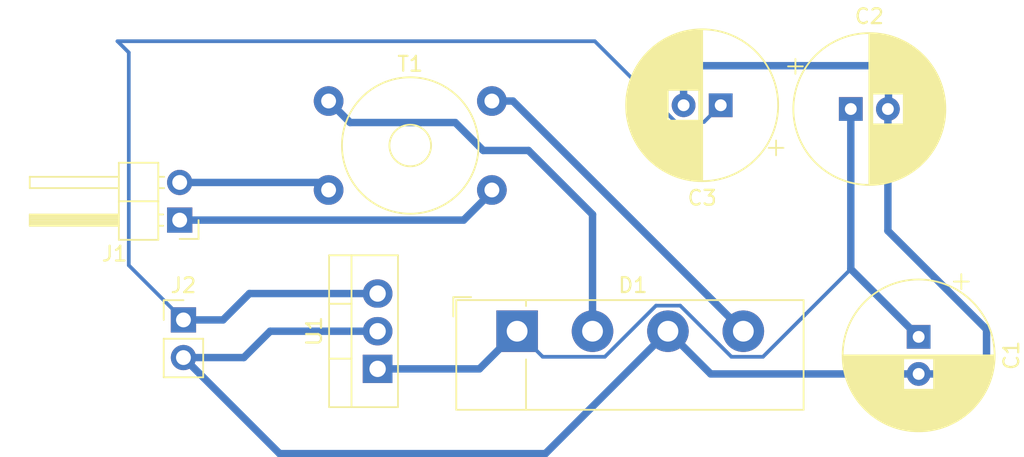
<source format=kicad_pcb>
(kicad_pcb (version 20171130) (host pcbnew "(5.1.9)-1")

  (general
    (thickness 1.6)
    (drawings 0)
    (tracks 52)
    (zones 0)
    (modules 8)
    (nets 8)
  )

  (page A4)
  (layers
    (0 F.Cu signal)
    (31 B.Cu signal)
    (32 B.Adhes user)
    (33 F.Adhes user)
    (34 B.Paste user)
    (35 F.Paste user)
    (36 B.SilkS user)
    (37 F.SilkS user)
    (38 B.Mask user)
    (39 F.Mask user)
    (40 Dwgs.User user)
    (41 Cmts.User user)
    (42 Eco1.User user)
    (43 Eco2.User user)
    (44 Edge.Cuts user)
    (45 Margin user)
    (46 B.CrtYd user)
    (47 F.CrtYd user)
    (48 B.Fab user)
    (49 F.Fab user)
  )

  (setup
    (last_trace_width 0.25)
    (user_trace_width 0.5)
    (trace_clearance 0.2)
    (zone_clearance 0.508)
    (zone_45_only no)
    (trace_min 0.2)
    (via_size 0.8)
    (via_drill 0.4)
    (via_min_size 0.4)
    (via_min_drill 0.3)
    (uvia_size 0.3)
    (uvia_drill 0.1)
    (uvias_allowed no)
    (uvia_min_size 0.2)
    (uvia_min_drill 0.1)
    (edge_width 0.05)
    (segment_width 0.2)
    (pcb_text_width 0.3)
    (pcb_text_size 1.5 1.5)
    (mod_edge_width 0.12)
    (mod_text_size 1 1)
    (mod_text_width 0.15)
    (pad_size 1.524 1.524)
    (pad_drill 0.762)
    (pad_to_mask_clearance 0)
    (aux_axis_origin 0 0)
    (visible_elements FFFFFF7F)
    (pcbplotparams
      (layerselection 0x010fc_ffffffff)
      (usegerberextensions false)
      (usegerberattributes true)
      (usegerberadvancedattributes true)
      (creategerberjobfile true)
      (excludeedgelayer true)
      (linewidth 0.100000)
      (plotframeref false)
      (viasonmask false)
      (mode 1)
      (useauxorigin false)
      (hpglpennumber 1)
      (hpglpenspeed 20)
      (hpglpendiameter 15.000000)
      (psnegative false)
      (psa4output false)
      (plotreference true)
      (plotvalue true)
      (plotinvisibletext false)
      (padsonsilk false)
      (subtractmaskfromsilk false)
      (outputformat 1)
      (mirror false)
      (drillshape 0)
      (scaleselection 1)
      (outputdirectory ""))
  )

  (net 0 "")
  (net 1 "Net-(C1-Pad1)")
  (net 2 GND)
  (net 3 "Net-(C3-Pad1)")
  (net 4 "Net-(D1-Pad4)")
  (net 5 "Net-(D1-Pad2)")
  (net 6 "Net-(J1-Pad1)")
  (net 7 "Net-(J1-Pad2)")

  (net_class Default "This is the default net class."
    (clearance 0.2)
    (trace_width 0.25)
    (via_dia 0.8)
    (via_drill 0.4)
    (uvia_dia 0.3)
    (uvia_drill 0.1)
    (add_net GND)
    (add_net "Net-(C1-Pad1)")
    (add_net "Net-(C3-Pad1)")
    (add_net "Net-(D1-Pad2)")
    (add_net "Net-(D1-Pad4)")
    (add_net "Net-(J1-Pad1)")
    (add_net "Net-(J1-Pad2)")
  )

  (module Capacitor_THT:CP_Radial_D10.0mm_P2.50mm (layer F.Cu) (tedit 5AE50EF1) (tstamp 6056D6D7)
    (at 78.105 41.148 270)
    (descr "CP, Radial series, Radial, pin pitch=2.50mm, , diameter=10mm, Electrolytic Capacitor")
    (tags "CP Radial series Radial pin pitch 2.50mm  diameter 10mm Electrolytic Capacitor")
    (path /6056A010)
    (fp_text reference C1 (at 1.25 -6.25 90) (layer F.SilkS)
      (effects (font (size 1 1) (thickness 0.15)))
    )
    (fp_text value 220uF (at 1.25 6.25 90) (layer F.Fab)
      (effects (font (size 1 1) (thickness 0.15)))
    )
    (fp_line (start -3.729646 -3.375) (end -3.729646 -2.375) (layer F.SilkS) (width 0.12))
    (fp_line (start -4.229646 -2.875) (end -3.229646 -2.875) (layer F.SilkS) (width 0.12))
    (fp_line (start 6.331 -0.599) (end 6.331 0.599) (layer F.SilkS) (width 0.12))
    (fp_line (start 6.291 -0.862) (end 6.291 0.862) (layer F.SilkS) (width 0.12))
    (fp_line (start 6.251 -1.062) (end 6.251 1.062) (layer F.SilkS) (width 0.12))
    (fp_line (start 6.211 -1.23) (end 6.211 1.23) (layer F.SilkS) (width 0.12))
    (fp_line (start 6.171 -1.378) (end 6.171 1.378) (layer F.SilkS) (width 0.12))
    (fp_line (start 6.131 -1.51) (end 6.131 1.51) (layer F.SilkS) (width 0.12))
    (fp_line (start 6.091 -1.63) (end 6.091 1.63) (layer F.SilkS) (width 0.12))
    (fp_line (start 6.051 -1.742) (end 6.051 1.742) (layer F.SilkS) (width 0.12))
    (fp_line (start 6.011 -1.846) (end 6.011 1.846) (layer F.SilkS) (width 0.12))
    (fp_line (start 5.971 -1.944) (end 5.971 1.944) (layer F.SilkS) (width 0.12))
    (fp_line (start 5.931 -2.037) (end 5.931 2.037) (layer F.SilkS) (width 0.12))
    (fp_line (start 5.891 -2.125) (end 5.891 2.125) (layer F.SilkS) (width 0.12))
    (fp_line (start 5.851 -2.209) (end 5.851 2.209) (layer F.SilkS) (width 0.12))
    (fp_line (start 5.811 -2.289) (end 5.811 2.289) (layer F.SilkS) (width 0.12))
    (fp_line (start 5.771 -2.365) (end 5.771 2.365) (layer F.SilkS) (width 0.12))
    (fp_line (start 5.731 -2.439) (end 5.731 2.439) (layer F.SilkS) (width 0.12))
    (fp_line (start 5.691 -2.51) (end 5.691 2.51) (layer F.SilkS) (width 0.12))
    (fp_line (start 5.651 -2.579) (end 5.651 2.579) (layer F.SilkS) (width 0.12))
    (fp_line (start 5.611 -2.645) (end 5.611 2.645) (layer F.SilkS) (width 0.12))
    (fp_line (start 5.571 -2.709) (end 5.571 2.709) (layer F.SilkS) (width 0.12))
    (fp_line (start 5.531 -2.77) (end 5.531 2.77) (layer F.SilkS) (width 0.12))
    (fp_line (start 5.491 -2.83) (end 5.491 2.83) (layer F.SilkS) (width 0.12))
    (fp_line (start 5.451 -2.889) (end 5.451 2.889) (layer F.SilkS) (width 0.12))
    (fp_line (start 5.411 -2.945) (end 5.411 2.945) (layer F.SilkS) (width 0.12))
    (fp_line (start 5.371 -3) (end 5.371 3) (layer F.SilkS) (width 0.12))
    (fp_line (start 5.331 -3.054) (end 5.331 3.054) (layer F.SilkS) (width 0.12))
    (fp_line (start 5.291 -3.106) (end 5.291 3.106) (layer F.SilkS) (width 0.12))
    (fp_line (start 5.251 -3.156) (end 5.251 3.156) (layer F.SilkS) (width 0.12))
    (fp_line (start 5.211 -3.206) (end 5.211 3.206) (layer F.SilkS) (width 0.12))
    (fp_line (start 5.171 -3.254) (end 5.171 3.254) (layer F.SilkS) (width 0.12))
    (fp_line (start 5.131 -3.301) (end 5.131 3.301) (layer F.SilkS) (width 0.12))
    (fp_line (start 5.091 -3.347) (end 5.091 3.347) (layer F.SilkS) (width 0.12))
    (fp_line (start 5.051 -3.392) (end 5.051 3.392) (layer F.SilkS) (width 0.12))
    (fp_line (start 5.011 -3.436) (end 5.011 3.436) (layer F.SilkS) (width 0.12))
    (fp_line (start 4.971 -3.478) (end 4.971 3.478) (layer F.SilkS) (width 0.12))
    (fp_line (start 4.931 -3.52) (end 4.931 3.52) (layer F.SilkS) (width 0.12))
    (fp_line (start 4.891 -3.561) (end 4.891 3.561) (layer F.SilkS) (width 0.12))
    (fp_line (start 4.851 -3.601) (end 4.851 3.601) (layer F.SilkS) (width 0.12))
    (fp_line (start 4.811 -3.64) (end 4.811 3.64) (layer F.SilkS) (width 0.12))
    (fp_line (start 4.771 -3.679) (end 4.771 3.679) (layer F.SilkS) (width 0.12))
    (fp_line (start 4.731 -3.716) (end 4.731 3.716) (layer F.SilkS) (width 0.12))
    (fp_line (start 4.691 -3.753) (end 4.691 3.753) (layer F.SilkS) (width 0.12))
    (fp_line (start 4.651 -3.789) (end 4.651 3.789) (layer F.SilkS) (width 0.12))
    (fp_line (start 4.611 -3.824) (end 4.611 3.824) (layer F.SilkS) (width 0.12))
    (fp_line (start 4.571 -3.858) (end 4.571 3.858) (layer F.SilkS) (width 0.12))
    (fp_line (start 4.531 -3.892) (end 4.531 3.892) (layer F.SilkS) (width 0.12))
    (fp_line (start 4.491 -3.925) (end 4.491 3.925) (layer F.SilkS) (width 0.12))
    (fp_line (start 4.451 -3.957) (end 4.451 3.957) (layer F.SilkS) (width 0.12))
    (fp_line (start 4.411 -3.989) (end 4.411 3.989) (layer F.SilkS) (width 0.12))
    (fp_line (start 4.371 -4.02) (end 4.371 4.02) (layer F.SilkS) (width 0.12))
    (fp_line (start 4.331 -4.05) (end 4.331 4.05) (layer F.SilkS) (width 0.12))
    (fp_line (start 4.291 -4.08) (end 4.291 4.08) (layer F.SilkS) (width 0.12))
    (fp_line (start 4.251 -4.11) (end 4.251 4.11) (layer F.SilkS) (width 0.12))
    (fp_line (start 4.211 -4.138) (end 4.211 4.138) (layer F.SilkS) (width 0.12))
    (fp_line (start 4.171 -4.166) (end 4.171 4.166) (layer F.SilkS) (width 0.12))
    (fp_line (start 4.131 -4.194) (end 4.131 4.194) (layer F.SilkS) (width 0.12))
    (fp_line (start 4.091 -4.221) (end 4.091 4.221) (layer F.SilkS) (width 0.12))
    (fp_line (start 4.051 -4.247) (end 4.051 4.247) (layer F.SilkS) (width 0.12))
    (fp_line (start 4.011 -4.273) (end 4.011 4.273) (layer F.SilkS) (width 0.12))
    (fp_line (start 3.971 -4.298) (end 3.971 4.298) (layer F.SilkS) (width 0.12))
    (fp_line (start 3.931 -4.323) (end 3.931 4.323) (layer F.SilkS) (width 0.12))
    (fp_line (start 3.891 -4.347) (end 3.891 4.347) (layer F.SilkS) (width 0.12))
    (fp_line (start 3.851 -4.371) (end 3.851 4.371) (layer F.SilkS) (width 0.12))
    (fp_line (start 3.811 -4.395) (end 3.811 4.395) (layer F.SilkS) (width 0.12))
    (fp_line (start 3.771 -4.417) (end 3.771 4.417) (layer F.SilkS) (width 0.12))
    (fp_line (start 3.731 -4.44) (end 3.731 4.44) (layer F.SilkS) (width 0.12))
    (fp_line (start 3.691 -4.462) (end 3.691 4.462) (layer F.SilkS) (width 0.12))
    (fp_line (start 3.651 -4.483) (end 3.651 4.483) (layer F.SilkS) (width 0.12))
    (fp_line (start 3.611 -4.504) (end 3.611 4.504) (layer F.SilkS) (width 0.12))
    (fp_line (start 3.571 -4.525) (end 3.571 4.525) (layer F.SilkS) (width 0.12))
    (fp_line (start 3.531 1.04) (end 3.531 4.545) (layer F.SilkS) (width 0.12))
    (fp_line (start 3.531 -4.545) (end 3.531 -1.04) (layer F.SilkS) (width 0.12))
    (fp_line (start 3.491 1.04) (end 3.491 4.564) (layer F.SilkS) (width 0.12))
    (fp_line (start 3.491 -4.564) (end 3.491 -1.04) (layer F.SilkS) (width 0.12))
    (fp_line (start 3.451 1.04) (end 3.451 4.584) (layer F.SilkS) (width 0.12))
    (fp_line (start 3.451 -4.584) (end 3.451 -1.04) (layer F.SilkS) (width 0.12))
    (fp_line (start 3.411 1.04) (end 3.411 4.603) (layer F.SilkS) (width 0.12))
    (fp_line (start 3.411 -4.603) (end 3.411 -1.04) (layer F.SilkS) (width 0.12))
    (fp_line (start 3.371 1.04) (end 3.371 4.621) (layer F.SilkS) (width 0.12))
    (fp_line (start 3.371 -4.621) (end 3.371 -1.04) (layer F.SilkS) (width 0.12))
    (fp_line (start 3.331 1.04) (end 3.331 4.639) (layer F.SilkS) (width 0.12))
    (fp_line (start 3.331 -4.639) (end 3.331 -1.04) (layer F.SilkS) (width 0.12))
    (fp_line (start 3.291 1.04) (end 3.291 4.657) (layer F.SilkS) (width 0.12))
    (fp_line (start 3.291 -4.657) (end 3.291 -1.04) (layer F.SilkS) (width 0.12))
    (fp_line (start 3.251 1.04) (end 3.251 4.674) (layer F.SilkS) (width 0.12))
    (fp_line (start 3.251 -4.674) (end 3.251 -1.04) (layer F.SilkS) (width 0.12))
    (fp_line (start 3.211 1.04) (end 3.211 4.69) (layer F.SilkS) (width 0.12))
    (fp_line (start 3.211 -4.69) (end 3.211 -1.04) (layer F.SilkS) (width 0.12))
    (fp_line (start 3.171 1.04) (end 3.171 4.707) (layer F.SilkS) (width 0.12))
    (fp_line (start 3.171 -4.707) (end 3.171 -1.04) (layer F.SilkS) (width 0.12))
    (fp_line (start 3.131 1.04) (end 3.131 4.723) (layer F.SilkS) (width 0.12))
    (fp_line (start 3.131 -4.723) (end 3.131 -1.04) (layer F.SilkS) (width 0.12))
    (fp_line (start 3.091 1.04) (end 3.091 4.738) (layer F.SilkS) (width 0.12))
    (fp_line (start 3.091 -4.738) (end 3.091 -1.04) (layer F.SilkS) (width 0.12))
    (fp_line (start 3.051 1.04) (end 3.051 4.754) (layer F.SilkS) (width 0.12))
    (fp_line (start 3.051 -4.754) (end 3.051 -1.04) (layer F.SilkS) (width 0.12))
    (fp_line (start 3.011 1.04) (end 3.011 4.768) (layer F.SilkS) (width 0.12))
    (fp_line (start 3.011 -4.768) (end 3.011 -1.04) (layer F.SilkS) (width 0.12))
    (fp_line (start 2.971 1.04) (end 2.971 4.783) (layer F.SilkS) (width 0.12))
    (fp_line (start 2.971 -4.783) (end 2.971 -1.04) (layer F.SilkS) (width 0.12))
    (fp_line (start 2.931 1.04) (end 2.931 4.797) (layer F.SilkS) (width 0.12))
    (fp_line (start 2.931 -4.797) (end 2.931 -1.04) (layer F.SilkS) (width 0.12))
    (fp_line (start 2.891 1.04) (end 2.891 4.811) (layer F.SilkS) (width 0.12))
    (fp_line (start 2.891 -4.811) (end 2.891 -1.04) (layer F.SilkS) (width 0.12))
    (fp_line (start 2.851 1.04) (end 2.851 4.824) (layer F.SilkS) (width 0.12))
    (fp_line (start 2.851 -4.824) (end 2.851 -1.04) (layer F.SilkS) (width 0.12))
    (fp_line (start 2.811 1.04) (end 2.811 4.837) (layer F.SilkS) (width 0.12))
    (fp_line (start 2.811 -4.837) (end 2.811 -1.04) (layer F.SilkS) (width 0.12))
    (fp_line (start 2.771 1.04) (end 2.771 4.85) (layer F.SilkS) (width 0.12))
    (fp_line (start 2.771 -4.85) (end 2.771 -1.04) (layer F.SilkS) (width 0.12))
    (fp_line (start 2.731 1.04) (end 2.731 4.862) (layer F.SilkS) (width 0.12))
    (fp_line (start 2.731 -4.862) (end 2.731 -1.04) (layer F.SilkS) (width 0.12))
    (fp_line (start 2.691 1.04) (end 2.691 4.874) (layer F.SilkS) (width 0.12))
    (fp_line (start 2.691 -4.874) (end 2.691 -1.04) (layer F.SilkS) (width 0.12))
    (fp_line (start 2.651 1.04) (end 2.651 4.885) (layer F.SilkS) (width 0.12))
    (fp_line (start 2.651 -4.885) (end 2.651 -1.04) (layer F.SilkS) (width 0.12))
    (fp_line (start 2.611 1.04) (end 2.611 4.897) (layer F.SilkS) (width 0.12))
    (fp_line (start 2.611 -4.897) (end 2.611 -1.04) (layer F.SilkS) (width 0.12))
    (fp_line (start 2.571 1.04) (end 2.571 4.907) (layer F.SilkS) (width 0.12))
    (fp_line (start 2.571 -4.907) (end 2.571 -1.04) (layer F.SilkS) (width 0.12))
    (fp_line (start 2.531 1.04) (end 2.531 4.918) (layer F.SilkS) (width 0.12))
    (fp_line (start 2.531 -4.918) (end 2.531 -1.04) (layer F.SilkS) (width 0.12))
    (fp_line (start 2.491 1.04) (end 2.491 4.928) (layer F.SilkS) (width 0.12))
    (fp_line (start 2.491 -4.928) (end 2.491 -1.04) (layer F.SilkS) (width 0.12))
    (fp_line (start 2.451 1.04) (end 2.451 4.938) (layer F.SilkS) (width 0.12))
    (fp_line (start 2.451 -4.938) (end 2.451 -1.04) (layer F.SilkS) (width 0.12))
    (fp_line (start 2.411 1.04) (end 2.411 4.947) (layer F.SilkS) (width 0.12))
    (fp_line (start 2.411 -4.947) (end 2.411 -1.04) (layer F.SilkS) (width 0.12))
    (fp_line (start 2.371 1.04) (end 2.371 4.956) (layer F.SilkS) (width 0.12))
    (fp_line (start 2.371 -4.956) (end 2.371 -1.04) (layer F.SilkS) (width 0.12))
    (fp_line (start 2.331 1.04) (end 2.331 4.965) (layer F.SilkS) (width 0.12))
    (fp_line (start 2.331 -4.965) (end 2.331 -1.04) (layer F.SilkS) (width 0.12))
    (fp_line (start 2.291 1.04) (end 2.291 4.974) (layer F.SilkS) (width 0.12))
    (fp_line (start 2.291 -4.974) (end 2.291 -1.04) (layer F.SilkS) (width 0.12))
    (fp_line (start 2.251 1.04) (end 2.251 4.982) (layer F.SilkS) (width 0.12))
    (fp_line (start 2.251 -4.982) (end 2.251 -1.04) (layer F.SilkS) (width 0.12))
    (fp_line (start 2.211 1.04) (end 2.211 4.99) (layer F.SilkS) (width 0.12))
    (fp_line (start 2.211 -4.99) (end 2.211 -1.04) (layer F.SilkS) (width 0.12))
    (fp_line (start 2.171 1.04) (end 2.171 4.997) (layer F.SilkS) (width 0.12))
    (fp_line (start 2.171 -4.997) (end 2.171 -1.04) (layer F.SilkS) (width 0.12))
    (fp_line (start 2.131 1.04) (end 2.131 5.004) (layer F.SilkS) (width 0.12))
    (fp_line (start 2.131 -5.004) (end 2.131 -1.04) (layer F.SilkS) (width 0.12))
    (fp_line (start 2.091 1.04) (end 2.091 5.011) (layer F.SilkS) (width 0.12))
    (fp_line (start 2.091 -5.011) (end 2.091 -1.04) (layer F.SilkS) (width 0.12))
    (fp_line (start 2.051 1.04) (end 2.051 5.018) (layer F.SilkS) (width 0.12))
    (fp_line (start 2.051 -5.018) (end 2.051 -1.04) (layer F.SilkS) (width 0.12))
    (fp_line (start 2.011 1.04) (end 2.011 5.024) (layer F.SilkS) (width 0.12))
    (fp_line (start 2.011 -5.024) (end 2.011 -1.04) (layer F.SilkS) (width 0.12))
    (fp_line (start 1.971 1.04) (end 1.971 5.03) (layer F.SilkS) (width 0.12))
    (fp_line (start 1.971 -5.03) (end 1.971 -1.04) (layer F.SilkS) (width 0.12))
    (fp_line (start 1.93 1.04) (end 1.93 5.035) (layer F.SilkS) (width 0.12))
    (fp_line (start 1.93 -5.035) (end 1.93 -1.04) (layer F.SilkS) (width 0.12))
    (fp_line (start 1.89 1.04) (end 1.89 5.04) (layer F.SilkS) (width 0.12))
    (fp_line (start 1.89 -5.04) (end 1.89 -1.04) (layer F.SilkS) (width 0.12))
    (fp_line (start 1.85 1.04) (end 1.85 5.045) (layer F.SilkS) (width 0.12))
    (fp_line (start 1.85 -5.045) (end 1.85 -1.04) (layer F.SilkS) (width 0.12))
    (fp_line (start 1.81 1.04) (end 1.81 5.05) (layer F.SilkS) (width 0.12))
    (fp_line (start 1.81 -5.05) (end 1.81 -1.04) (layer F.SilkS) (width 0.12))
    (fp_line (start 1.77 1.04) (end 1.77 5.054) (layer F.SilkS) (width 0.12))
    (fp_line (start 1.77 -5.054) (end 1.77 -1.04) (layer F.SilkS) (width 0.12))
    (fp_line (start 1.73 1.04) (end 1.73 5.058) (layer F.SilkS) (width 0.12))
    (fp_line (start 1.73 -5.058) (end 1.73 -1.04) (layer F.SilkS) (width 0.12))
    (fp_line (start 1.69 1.04) (end 1.69 5.062) (layer F.SilkS) (width 0.12))
    (fp_line (start 1.69 -5.062) (end 1.69 -1.04) (layer F.SilkS) (width 0.12))
    (fp_line (start 1.65 1.04) (end 1.65 5.065) (layer F.SilkS) (width 0.12))
    (fp_line (start 1.65 -5.065) (end 1.65 -1.04) (layer F.SilkS) (width 0.12))
    (fp_line (start 1.61 1.04) (end 1.61 5.068) (layer F.SilkS) (width 0.12))
    (fp_line (start 1.61 -5.068) (end 1.61 -1.04) (layer F.SilkS) (width 0.12))
    (fp_line (start 1.57 1.04) (end 1.57 5.07) (layer F.SilkS) (width 0.12))
    (fp_line (start 1.57 -5.07) (end 1.57 -1.04) (layer F.SilkS) (width 0.12))
    (fp_line (start 1.53 1.04) (end 1.53 5.073) (layer F.SilkS) (width 0.12))
    (fp_line (start 1.53 -5.073) (end 1.53 -1.04) (layer F.SilkS) (width 0.12))
    (fp_line (start 1.49 1.04) (end 1.49 5.075) (layer F.SilkS) (width 0.12))
    (fp_line (start 1.49 -5.075) (end 1.49 -1.04) (layer F.SilkS) (width 0.12))
    (fp_line (start 1.45 -5.077) (end 1.45 5.077) (layer F.SilkS) (width 0.12))
    (fp_line (start 1.41 -5.078) (end 1.41 5.078) (layer F.SilkS) (width 0.12))
    (fp_line (start 1.37 -5.079) (end 1.37 5.079) (layer F.SilkS) (width 0.12))
    (fp_line (start 1.33 -5.08) (end 1.33 5.08) (layer F.SilkS) (width 0.12))
    (fp_line (start 1.29 -5.08) (end 1.29 5.08) (layer F.SilkS) (width 0.12))
    (fp_line (start 1.25 -5.08) (end 1.25 5.08) (layer F.SilkS) (width 0.12))
    (fp_line (start -2.538861 -2.6875) (end -2.538861 -1.6875) (layer F.Fab) (width 0.1))
    (fp_line (start -3.038861 -2.1875) (end -2.038861 -2.1875) (layer F.Fab) (width 0.1))
    (fp_circle (center 1.25 0) (end 6.5 0) (layer F.CrtYd) (width 0.05))
    (fp_circle (center 1.25 0) (end 6.37 0) (layer F.SilkS) (width 0.12))
    (fp_circle (center 1.25 0) (end 6.25 0) (layer F.Fab) (width 0.1))
    (fp_text user %R (at 1.25 0 90) (layer F.Fab)
      (effects (font (size 1 1) (thickness 0.15)))
    )
    (pad 1 thru_hole rect (at 0 0 270) (size 1.6 1.6) (drill 0.8) (layers *.Cu *.Mask)
      (net 1 "Net-(C1-Pad1)"))
    (pad 2 thru_hole circle (at 2.5 0 270) (size 1.6 1.6) (drill 0.8) (layers *.Cu *.Mask)
      (net 2 GND))
    (model ${KISYS3DMOD}/Capacitor_THT.3dshapes/CP_Radial_D10.0mm_P2.50mm.wrl
      (at (xyz 0 0 0))
      (scale (xyz 1 1 1))
      (rotate (xyz 0 0 0))
    )
  )

  (module Capacitor_THT:CP_Radial_D10.0mm_P2.50mm (layer F.Cu) (tedit 5AE50EF1) (tstamp 6056D799)
    (at 73.533 25.781)
    (descr "CP, Radial series, Radial, pin pitch=2.50mm, , diameter=10mm, Electrolytic Capacitor")
    (tags "CP Radial series Radial pin pitch 2.50mm  diameter 10mm Electrolytic Capacitor")
    (path /6056B938)
    (fp_text reference C2 (at 1.25 -6.25) (layer F.SilkS)
      (effects (font (size 1 1) (thickness 0.15)))
    )
    (fp_text value 10nF (at 1.25 6.25) (layer F.Fab)
      (effects (font (size 1 1) (thickness 0.15)))
    )
    (fp_line (start -3.729646 -3.375) (end -3.729646 -2.375) (layer F.SilkS) (width 0.12))
    (fp_line (start -4.229646 -2.875) (end -3.229646 -2.875) (layer F.SilkS) (width 0.12))
    (fp_line (start 6.331 -0.599) (end 6.331 0.599) (layer F.SilkS) (width 0.12))
    (fp_line (start 6.291 -0.862) (end 6.291 0.862) (layer F.SilkS) (width 0.12))
    (fp_line (start 6.251 -1.062) (end 6.251 1.062) (layer F.SilkS) (width 0.12))
    (fp_line (start 6.211 -1.23) (end 6.211 1.23) (layer F.SilkS) (width 0.12))
    (fp_line (start 6.171 -1.378) (end 6.171 1.378) (layer F.SilkS) (width 0.12))
    (fp_line (start 6.131 -1.51) (end 6.131 1.51) (layer F.SilkS) (width 0.12))
    (fp_line (start 6.091 -1.63) (end 6.091 1.63) (layer F.SilkS) (width 0.12))
    (fp_line (start 6.051 -1.742) (end 6.051 1.742) (layer F.SilkS) (width 0.12))
    (fp_line (start 6.011 -1.846) (end 6.011 1.846) (layer F.SilkS) (width 0.12))
    (fp_line (start 5.971 -1.944) (end 5.971 1.944) (layer F.SilkS) (width 0.12))
    (fp_line (start 5.931 -2.037) (end 5.931 2.037) (layer F.SilkS) (width 0.12))
    (fp_line (start 5.891 -2.125) (end 5.891 2.125) (layer F.SilkS) (width 0.12))
    (fp_line (start 5.851 -2.209) (end 5.851 2.209) (layer F.SilkS) (width 0.12))
    (fp_line (start 5.811 -2.289) (end 5.811 2.289) (layer F.SilkS) (width 0.12))
    (fp_line (start 5.771 -2.365) (end 5.771 2.365) (layer F.SilkS) (width 0.12))
    (fp_line (start 5.731 -2.439) (end 5.731 2.439) (layer F.SilkS) (width 0.12))
    (fp_line (start 5.691 -2.51) (end 5.691 2.51) (layer F.SilkS) (width 0.12))
    (fp_line (start 5.651 -2.579) (end 5.651 2.579) (layer F.SilkS) (width 0.12))
    (fp_line (start 5.611 -2.645) (end 5.611 2.645) (layer F.SilkS) (width 0.12))
    (fp_line (start 5.571 -2.709) (end 5.571 2.709) (layer F.SilkS) (width 0.12))
    (fp_line (start 5.531 -2.77) (end 5.531 2.77) (layer F.SilkS) (width 0.12))
    (fp_line (start 5.491 -2.83) (end 5.491 2.83) (layer F.SilkS) (width 0.12))
    (fp_line (start 5.451 -2.889) (end 5.451 2.889) (layer F.SilkS) (width 0.12))
    (fp_line (start 5.411 -2.945) (end 5.411 2.945) (layer F.SilkS) (width 0.12))
    (fp_line (start 5.371 -3) (end 5.371 3) (layer F.SilkS) (width 0.12))
    (fp_line (start 5.331 -3.054) (end 5.331 3.054) (layer F.SilkS) (width 0.12))
    (fp_line (start 5.291 -3.106) (end 5.291 3.106) (layer F.SilkS) (width 0.12))
    (fp_line (start 5.251 -3.156) (end 5.251 3.156) (layer F.SilkS) (width 0.12))
    (fp_line (start 5.211 -3.206) (end 5.211 3.206) (layer F.SilkS) (width 0.12))
    (fp_line (start 5.171 -3.254) (end 5.171 3.254) (layer F.SilkS) (width 0.12))
    (fp_line (start 5.131 -3.301) (end 5.131 3.301) (layer F.SilkS) (width 0.12))
    (fp_line (start 5.091 -3.347) (end 5.091 3.347) (layer F.SilkS) (width 0.12))
    (fp_line (start 5.051 -3.392) (end 5.051 3.392) (layer F.SilkS) (width 0.12))
    (fp_line (start 5.011 -3.436) (end 5.011 3.436) (layer F.SilkS) (width 0.12))
    (fp_line (start 4.971 -3.478) (end 4.971 3.478) (layer F.SilkS) (width 0.12))
    (fp_line (start 4.931 -3.52) (end 4.931 3.52) (layer F.SilkS) (width 0.12))
    (fp_line (start 4.891 -3.561) (end 4.891 3.561) (layer F.SilkS) (width 0.12))
    (fp_line (start 4.851 -3.601) (end 4.851 3.601) (layer F.SilkS) (width 0.12))
    (fp_line (start 4.811 -3.64) (end 4.811 3.64) (layer F.SilkS) (width 0.12))
    (fp_line (start 4.771 -3.679) (end 4.771 3.679) (layer F.SilkS) (width 0.12))
    (fp_line (start 4.731 -3.716) (end 4.731 3.716) (layer F.SilkS) (width 0.12))
    (fp_line (start 4.691 -3.753) (end 4.691 3.753) (layer F.SilkS) (width 0.12))
    (fp_line (start 4.651 -3.789) (end 4.651 3.789) (layer F.SilkS) (width 0.12))
    (fp_line (start 4.611 -3.824) (end 4.611 3.824) (layer F.SilkS) (width 0.12))
    (fp_line (start 4.571 -3.858) (end 4.571 3.858) (layer F.SilkS) (width 0.12))
    (fp_line (start 4.531 -3.892) (end 4.531 3.892) (layer F.SilkS) (width 0.12))
    (fp_line (start 4.491 -3.925) (end 4.491 3.925) (layer F.SilkS) (width 0.12))
    (fp_line (start 4.451 -3.957) (end 4.451 3.957) (layer F.SilkS) (width 0.12))
    (fp_line (start 4.411 -3.989) (end 4.411 3.989) (layer F.SilkS) (width 0.12))
    (fp_line (start 4.371 -4.02) (end 4.371 4.02) (layer F.SilkS) (width 0.12))
    (fp_line (start 4.331 -4.05) (end 4.331 4.05) (layer F.SilkS) (width 0.12))
    (fp_line (start 4.291 -4.08) (end 4.291 4.08) (layer F.SilkS) (width 0.12))
    (fp_line (start 4.251 -4.11) (end 4.251 4.11) (layer F.SilkS) (width 0.12))
    (fp_line (start 4.211 -4.138) (end 4.211 4.138) (layer F.SilkS) (width 0.12))
    (fp_line (start 4.171 -4.166) (end 4.171 4.166) (layer F.SilkS) (width 0.12))
    (fp_line (start 4.131 -4.194) (end 4.131 4.194) (layer F.SilkS) (width 0.12))
    (fp_line (start 4.091 -4.221) (end 4.091 4.221) (layer F.SilkS) (width 0.12))
    (fp_line (start 4.051 -4.247) (end 4.051 4.247) (layer F.SilkS) (width 0.12))
    (fp_line (start 4.011 -4.273) (end 4.011 4.273) (layer F.SilkS) (width 0.12))
    (fp_line (start 3.971 -4.298) (end 3.971 4.298) (layer F.SilkS) (width 0.12))
    (fp_line (start 3.931 -4.323) (end 3.931 4.323) (layer F.SilkS) (width 0.12))
    (fp_line (start 3.891 -4.347) (end 3.891 4.347) (layer F.SilkS) (width 0.12))
    (fp_line (start 3.851 -4.371) (end 3.851 4.371) (layer F.SilkS) (width 0.12))
    (fp_line (start 3.811 -4.395) (end 3.811 4.395) (layer F.SilkS) (width 0.12))
    (fp_line (start 3.771 -4.417) (end 3.771 4.417) (layer F.SilkS) (width 0.12))
    (fp_line (start 3.731 -4.44) (end 3.731 4.44) (layer F.SilkS) (width 0.12))
    (fp_line (start 3.691 -4.462) (end 3.691 4.462) (layer F.SilkS) (width 0.12))
    (fp_line (start 3.651 -4.483) (end 3.651 4.483) (layer F.SilkS) (width 0.12))
    (fp_line (start 3.611 -4.504) (end 3.611 4.504) (layer F.SilkS) (width 0.12))
    (fp_line (start 3.571 -4.525) (end 3.571 4.525) (layer F.SilkS) (width 0.12))
    (fp_line (start 3.531 1.04) (end 3.531 4.545) (layer F.SilkS) (width 0.12))
    (fp_line (start 3.531 -4.545) (end 3.531 -1.04) (layer F.SilkS) (width 0.12))
    (fp_line (start 3.491 1.04) (end 3.491 4.564) (layer F.SilkS) (width 0.12))
    (fp_line (start 3.491 -4.564) (end 3.491 -1.04) (layer F.SilkS) (width 0.12))
    (fp_line (start 3.451 1.04) (end 3.451 4.584) (layer F.SilkS) (width 0.12))
    (fp_line (start 3.451 -4.584) (end 3.451 -1.04) (layer F.SilkS) (width 0.12))
    (fp_line (start 3.411 1.04) (end 3.411 4.603) (layer F.SilkS) (width 0.12))
    (fp_line (start 3.411 -4.603) (end 3.411 -1.04) (layer F.SilkS) (width 0.12))
    (fp_line (start 3.371 1.04) (end 3.371 4.621) (layer F.SilkS) (width 0.12))
    (fp_line (start 3.371 -4.621) (end 3.371 -1.04) (layer F.SilkS) (width 0.12))
    (fp_line (start 3.331 1.04) (end 3.331 4.639) (layer F.SilkS) (width 0.12))
    (fp_line (start 3.331 -4.639) (end 3.331 -1.04) (layer F.SilkS) (width 0.12))
    (fp_line (start 3.291 1.04) (end 3.291 4.657) (layer F.SilkS) (width 0.12))
    (fp_line (start 3.291 -4.657) (end 3.291 -1.04) (layer F.SilkS) (width 0.12))
    (fp_line (start 3.251 1.04) (end 3.251 4.674) (layer F.SilkS) (width 0.12))
    (fp_line (start 3.251 -4.674) (end 3.251 -1.04) (layer F.SilkS) (width 0.12))
    (fp_line (start 3.211 1.04) (end 3.211 4.69) (layer F.SilkS) (width 0.12))
    (fp_line (start 3.211 -4.69) (end 3.211 -1.04) (layer F.SilkS) (width 0.12))
    (fp_line (start 3.171 1.04) (end 3.171 4.707) (layer F.SilkS) (width 0.12))
    (fp_line (start 3.171 -4.707) (end 3.171 -1.04) (layer F.SilkS) (width 0.12))
    (fp_line (start 3.131 1.04) (end 3.131 4.723) (layer F.SilkS) (width 0.12))
    (fp_line (start 3.131 -4.723) (end 3.131 -1.04) (layer F.SilkS) (width 0.12))
    (fp_line (start 3.091 1.04) (end 3.091 4.738) (layer F.SilkS) (width 0.12))
    (fp_line (start 3.091 -4.738) (end 3.091 -1.04) (layer F.SilkS) (width 0.12))
    (fp_line (start 3.051 1.04) (end 3.051 4.754) (layer F.SilkS) (width 0.12))
    (fp_line (start 3.051 -4.754) (end 3.051 -1.04) (layer F.SilkS) (width 0.12))
    (fp_line (start 3.011 1.04) (end 3.011 4.768) (layer F.SilkS) (width 0.12))
    (fp_line (start 3.011 -4.768) (end 3.011 -1.04) (layer F.SilkS) (width 0.12))
    (fp_line (start 2.971 1.04) (end 2.971 4.783) (layer F.SilkS) (width 0.12))
    (fp_line (start 2.971 -4.783) (end 2.971 -1.04) (layer F.SilkS) (width 0.12))
    (fp_line (start 2.931 1.04) (end 2.931 4.797) (layer F.SilkS) (width 0.12))
    (fp_line (start 2.931 -4.797) (end 2.931 -1.04) (layer F.SilkS) (width 0.12))
    (fp_line (start 2.891 1.04) (end 2.891 4.811) (layer F.SilkS) (width 0.12))
    (fp_line (start 2.891 -4.811) (end 2.891 -1.04) (layer F.SilkS) (width 0.12))
    (fp_line (start 2.851 1.04) (end 2.851 4.824) (layer F.SilkS) (width 0.12))
    (fp_line (start 2.851 -4.824) (end 2.851 -1.04) (layer F.SilkS) (width 0.12))
    (fp_line (start 2.811 1.04) (end 2.811 4.837) (layer F.SilkS) (width 0.12))
    (fp_line (start 2.811 -4.837) (end 2.811 -1.04) (layer F.SilkS) (width 0.12))
    (fp_line (start 2.771 1.04) (end 2.771 4.85) (layer F.SilkS) (width 0.12))
    (fp_line (start 2.771 -4.85) (end 2.771 -1.04) (layer F.SilkS) (width 0.12))
    (fp_line (start 2.731 1.04) (end 2.731 4.862) (layer F.SilkS) (width 0.12))
    (fp_line (start 2.731 -4.862) (end 2.731 -1.04) (layer F.SilkS) (width 0.12))
    (fp_line (start 2.691 1.04) (end 2.691 4.874) (layer F.SilkS) (width 0.12))
    (fp_line (start 2.691 -4.874) (end 2.691 -1.04) (layer F.SilkS) (width 0.12))
    (fp_line (start 2.651 1.04) (end 2.651 4.885) (layer F.SilkS) (width 0.12))
    (fp_line (start 2.651 -4.885) (end 2.651 -1.04) (layer F.SilkS) (width 0.12))
    (fp_line (start 2.611 1.04) (end 2.611 4.897) (layer F.SilkS) (width 0.12))
    (fp_line (start 2.611 -4.897) (end 2.611 -1.04) (layer F.SilkS) (width 0.12))
    (fp_line (start 2.571 1.04) (end 2.571 4.907) (layer F.SilkS) (width 0.12))
    (fp_line (start 2.571 -4.907) (end 2.571 -1.04) (layer F.SilkS) (width 0.12))
    (fp_line (start 2.531 1.04) (end 2.531 4.918) (layer F.SilkS) (width 0.12))
    (fp_line (start 2.531 -4.918) (end 2.531 -1.04) (layer F.SilkS) (width 0.12))
    (fp_line (start 2.491 1.04) (end 2.491 4.928) (layer F.SilkS) (width 0.12))
    (fp_line (start 2.491 -4.928) (end 2.491 -1.04) (layer F.SilkS) (width 0.12))
    (fp_line (start 2.451 1.04) (end 2.451 4.938) (layer F.SilkS) (width 0.12))
    (fp_line (start 2.451 -4.938) (end 2.451 -1.04) (layer F.SilkS) (width 0.12))
    (fp_line (start 2.411 1.04) (end 2.411 4.947) (layer F.SilkS) (width 0.12))
    (fp_line (start 2.411 -4.947) (end 2.411 -1.04) (layer F.SilkS) (width 0.12))
    (fp_line (start 2.371 1.04) (end 2.371 4.956) (layer F.SilkS) (width 0.12))
    (fp_line (start 2.371 -4.956) (end 2.371 -1.04) (layer F.SilkS) (width 0.12))
    (fp_line (start 2.331 1.04) (end 2.331 4.965) (layer F.SilkS) (width 0.12))
    (fp_line (start 2.331 -4.965) (end 2.331 -1.04) (layer F.SilkS) (width 0.12))
    (fp_line (start 2.291 1.04) (end 2.291 4.974) (layer F.SilkS) (width 0.12))
    (fp_line (start 2.291 -4.974) (end 2.291 -1.04) (layer F.SilkS) (width 0.12))
    (fp_line (start 2.251 1.04) (end 2.251 4.982) (layer F.SilkS) (width 0.12))
    (fp_line (start 2.251 -4.982) (end 2.251 -1.04) (layer F.SilkS) (width 0.12))
    (fp_line (start 2.211 1.04) (end 2.211 4.99) (layer F.SilkS) (width 0.12))
    (fp_line (start 2.211 -4.99) (end 2.211 -1.04) (layer F.SilkS) (width 0.12))
    (fp_line (start 2.171 1.04) (end 2.171 4.997) (layer F.SilkS) (width 0.12))
    (fp_line (start 2.171 -4.997) (end 2.171 -1.04) (layer F.SilkS) (width 0.12))
    (fp_line (start 2.131 1.04) (end 2.131 5.004) (layer F.SilkS) (width 0.12))
    (fp_line (start 2.131 -5.004) (end 2.131 -1.04) (layer F.SilkS) (width 0.12))
    (fp_line (start 2.091 1.04) (end 2.091 5.011) (layer F.SilkS) (width 0.12))
    (fp_line (start 2.091 -5.011) (end 2.091 -1.04) (layer F.SilkS) (width 0.12))
    (fp_line (start 2.051 1.04) (end 2.051 5.018) (layer F.SilkS) (width 0.12))
    (fp_line (start 2.051 -5.018) (end 2.051 -1.04) (layer F.SilkS) (width 0.12))
    (fp_line (start 2.011 1.04) (end 2.011 5.024) (layer F.SilkS) (width 0.12))
    (fp_line (start 2.011 -5.024) (end 2.011 -1.04) (layer F.SilkS) (width 0.12))
    (fp_line (start 1.971 1.04) (end 1.971 5.03) (layer F.SilkS) (width 0.12))
    (fp_line (start 1.971 -5.03) (end 1.971 -1.04) (layer F.SilkS) (width 0.12))
    (fp_line (start 1.93 1.04) (end 1.93 5.035) (layer F.SilkS) (width 0.12))
    (fp_line (start 1.93 -5.035) (end 1.93 -1.04) (layer F.SilkS) (width 0.12))
    (fp_line (start 1.89 1.04) (end 1.89 5.04) (layer F.SilkS) (width 0.12))
    (fp_line (start 1.89 -5.04) (end 1.89 -1.04) (layer F.SilkS) (width 0.12))
    (fp_line (start 1.85 1.04) (end 1.85 5.045) (layer F.SilkS) (width 0.12))
    (fp_line (start 1.85 -5.045) (end 1.85 -1.04) (layer F.SilkS) (width 0.12))
    (fp_line (start 1.81 1.04) (end 1.81 5.05) (layer F.SilkS) (width 0.12))
    (fp_line (start 1.81 -5.05) (end 1.81 -1.04) (layer F.SilkS) (width 0.12))
    (fp_line (start 1.77 1.04) (end 1.77 5.054) (layer F.SilkS) (width 0.12))
    (fp_line (start 1.77 -5.054) (end 1.77 -1.04) (layer F.SilkS) (width 0.12))
    (fp_line (start 1.73 1.04) (end 1.73 5.058) (layer F.SilkS) (width 0.12))
    (fp_line (start 1.73 -5.058) (end 1.73 -1.04) (layer F.SilkS) (width 0.12))
    (fp_line (start 1.69 1.04) (end 1.69 5.062) (layer F.SilkS) (width 0.12))
    (fp_line (start 1.69 -5.062) (end 1.69 -1.04) (layer F.SilkS) (width 0.12))
    (fp_line (start 1.65 1.04) (end 1.65 5.065) (layer F.SilkS) (width 0.12))
    (fp_line (start 1.65 -5.065) (end 1.65 -1.04) (layer F.SilkS) (width 0.12))
    (fp_line (start 1.61 1.04) (end 1.61 5.068) (layer F.SilkS) (width 0.12))
    (fp_line (start 1.61 -5.068) (end 1.61 -1.04) (layer F.SilkS) (width 0.12))
    (fp_line (start 1.57 1.04) (end 1.57 5.07) (layer F.SilkS) (width 0.12))
    (fp_line (start 1.57 -5.07) (end 1.57 -1.04) (layer F.SilkS) (width 0.12))
    (fp_line (start 1.53 1.04) (end 1.53 5.073) (layer F.SilkS) (width 0.12))
    (fp_line (start 1.53 -5.073) (end 1.53 -1.04) (layer F.SilkS) (width 0.12))
    (fp_line (start 1.49 1.04) (end 1.49 5.075) (layer F.SilkS) (width 0.12))
    (fp_line (start 1.49 -5.075) (end 1.49 -1.04) (layer F.SilkS) (width 0.12))
    (fp_line (start 1.45 -5.077) (end 1.45 5.077) (layer F.SilkS) (width 0.12))
    (fp_line (start 1.41 -5.078) (end 1.41 5.078) (layer F.SilkS) (width 0.12))
    (fp_line (start 1.37 -5.079) (end 1.37 5.079) (layer F.SilkS) (width 0.12))
    (fp_line (start 1.33 -5.08) (end 1.33 5.08) (layer F.SilkS) (width 0.12))
    (fp_line (start 1.29 -5.08) (end 1.29 5.08) (layer F.SilkS) (width 0.12))
    (fp_line (start 1.25 -5.08) (end 1.25 5.08) (layer F.SilkS) (width 0.12))
    (fp_line (start -2.538861 -2.6875) (end -2.538861 -1.6875) (layer F.Fab) (width 0.1))
    (fp_line (start -3.038861 -2.1875) (end -2.038861 -2.1875) (layer F.Fab) (width 0.1))
    (fp_circle (center 1.25 0) (end 6.5 0) (layer F.CrtYd) (width 0.05))
    (fp_circle (center 1.25 0) (end 6.37 0) (layer F.SilkS) (width 0.12))
    (fp_circle (center 1.25 0) (end 6.25 0) (layer F.Fab) (width 0.1))
    (fp_text user %R (at 1.25 0) (layer F.Fab)
      (effects (font (size 1 1) (thickness 0.15)))
    )
    (pad 1 thru_hole rect (at 0 0) (size 1.6 1.6) (drill 0.8) (layers *.Cu *.Mask)
      (net 1 "Net-(C1-Pad1)"))
    (pad 2 thru_hole circle (at 2.5 0) (size 1.6 1.6) (drill 0.8) (layers *.Cu *.Mask)
      (net 2 GND))
    (model ${KISYS3DMOD}/Capacitor_THT.3dshapes/CP_Radial_D10.0mm_P2.50mm.wrl
      (at (xyz 0 0 0))
      (scale (xyz 1 1 1))
      (rotate (xyz 0 0 0))
    )
  )

  (module Capacitor_THT:CP_Radial_D10.0mm_P2.50mm (layer F.Cu) (tedit 5AE50EF1) (tstamp 6056D85B)
    (at 64.77 25.527 180)
    (descr "CP, Radial series, Radial, pin pitch=2.50mm, , diameter=10mm, Electrolytic Capacitor")
    (tags "CP Radial series Radial pin pitch 2.50mm  diameter 10mm Electrolytic Capacitor")
    (path /6056AD28)
    (fp_text reference C3 (at 1.25 -6.25) (layer F.SilkS)
      (effects (font (size 1 1) (thickness 0.15)))
    )
    (fp_text value 2200uF (at 1.25 6.25) (layer F.Fab)
      (effects (font (size 1 1) (thickness 0.15)))
    )
    (fp_text user %R (at 1.25 0) (layer F.Fab)
      (effects (font (size 1 1) (thickness 0.15)))
    )
    (fp_circle (center 1.25 0) (end 6.25 0) (layer F.Fab) (width 0.1))
    (fp_circle (center 1.25 0) (end 6.37 0) (layer F.SilkS) (width 0.12))
    (fp_circle (center 1.25 0) (end 6.5 0) (layer F.CrtYd) (width 0.05))
    (fp_line (start -3.038861 -2.1875) (end -2.038861 -2.1875) (layer F.Fab) (width 0.1))
    (fp_line (start -2.538861 -2.6875) (end -2.538861 -1.6875) (layer F.Fab) (width 0.1))
    (fp_line (start 1.25 -5.08) (end 1.25 5.08) (layer F.SilkS) (width 0.12))
    (fp_line (start 1.29 -5.08) (end 1.29 5.08) (layer F.SilkS) (width 0.12))
    (fp_line (start 1.33 -5.08) (end 1.33 5.08) (layer F.SilkS) (width 0.12))
    (fp_line (start 1.37 -5.079) (end 1.37 5.079) (layer F.SilkS) (width 0.12))
    (fp_line (start 1.41 -5.078) (end 1.41 5.078) (layer F.SilkS) (width 0.12))
    (fp_line (start 1.45 -5.077) (end 1.45 5.077) (layer F.SilkS) (width 0.12))
    (fp_line (start 1.49 -5.075) (end 1.49 -1.04) (layer F.SilkS) (width 0.12))
    (fp_line (start 1.49 1.04) (end 1.49 5.075) (layer F.SilkS) (width 0.12))
    (fp_line (start 1.53 -5.073) (end 1.53 -1.04) (layer F.SilkS) (width 0.12))
    (fp_line (start 1.53 1.04) (end 1.53 5.073) (layer F.SilkS) (width 0.12))
    (fp_line (start 1.57 -5.07) (end 1.57 -1.04) (layer F.SilkS) (width 0.12))
    (fp_line (start 1.57 1.04) (end 1.57 5.07) (layer F.SilkS) (width 0.12))
    (fp_line (start 1.61 -5.068) (end 1.61 -1.04) (layer F.SilkS) (width 0.12))
    (fp_line (start 1.61 1.04) (end 1.61 5.068) (layer F.SilkS) (width 0.12))
    (fp_line (start 1.65 -5.065) (end 1.65 -1.04) (layer F.SilkS) (width 0.12))
    (fp_line (start 1.65 1.04) (end 1.65 5.065) (layer F.SilkS) (width 0.12))
    (fp_line (start 1.69 -5.062) (end 1.69 -1.04) (layer F.SilkS) (width 0.12))
    (fp_line (start 1.69 1.04) (end 1.69 5.062) (layer F.SilkS) (width 0.12))
    (fp_line (start 1.73 -5.058) (end 1.73 -1.04) (layer F.SilkS) (width 0.12))
    (fp_line (start 1.73 1.04) (end 1.73 5.058) (layer F.SilkS) (width 0.12))
    (fp_line (start 1.77 -5.054) (end 1.77 -1.04) (layer F.SilkS) (width 0.12))
    (fp_line (start 1.77 1.04) (end 1.77 5.054) (layer F.SilkS) (width 0.12))
    (fp_line (start 1.81 -5.05) (end 1.81 -1.04) (layer F.SilkS) (width 0.12))
    (fp_line (start 1.81 1.04) (end 1.81 5.05) (layer F.SilkS) (width 0.12))
    (fp_line (start 1.85 -5.045) (end 1.85 -1.04) (layer F.SilkS) (width 0.12))
    (fp_line (start 1.85 1.04) (end 1.85 5.045) (layer F.SilkS) (width 0.12))
    (fp_line (start 1.89 -5.04) (end 1.89 -1.04) (layer F.SilkS) (width 0.12))
    (fp_line (start 1.89 1.04) (end 1.89 5.04) (layer F.SilkS) (width 0.12))
    (fp_line (start 1.93 -5.035) (end 1.93 -1.04) (layer F.SilkS) (width 0.12))
    (fp_line (start 1.93 1.04) (end 1.93 5.035) (layer F.SilkS) (width 0.12))
    (fp_line (start 1.971 -5.03) (end 1.971 -1.04) (layer F.SilkS) (width 0.12))
    (fp_line (start 1.971 1.04) (end 1.971 5.03) (layer F.SilkS) (width 0.12))
    (fp_line (start 2.011 -5.024) (end 2.011 -1.04) (layer F.SilkS) (width 0.12))
    (fp_line (start 2.011 1.04) (end 2.011 5.024) (layer F.SilkS) (width 0.12))
    (fp_line (start 2.051 -5.018) (end 2.051 -1.04) (layer F.SilkS) (width 0.12))
    (fp_line (start 2.051 1.04) (end 2.051 5.018) (layer F.SilkS) (width 0.12))
    (fp_line (start 2.091 -5.011) (end 2.091 -1.04) (layer F.SilkS) (width 0.12))
    (fp_line (start 2.091 1.04) (end 2.091 5.011) (layer F.SilkS) (width 0.12))
    (fp_line (start 2.131 -5.004) (end 2.131 -1.04) (layer F.SilkS) (width 0.12))
    (fp_line (start 2.131 1.04) (end 2.131 5.004) (layer F.SilkS) (width 0.12))
    (fp_line (start 2.171 -4.997) (end 2.171 -1.04) (layer F.SilkS) (width 0.12))
    (fp_line (start 2.171 1.04) (end 2.171 4.997) (layer F.SilkS) (width 0.12))
    (fp_line (start 2.211 -4.99) (end 2.211 -1.04) (layer F.SilkS) (width 0.12))
    (fp_line (start 2.211 1.04) (end 2.211 4.99) (layer F.SilkS) (width 0.12))
    (fp_line (start 2.251 -4.982) (end 2.251 -1.04) (layer F.SilkS) (width 0.12))
    (fp_line (start 2.251 1.04) (end 2.251 4.982) (layer F.SilkS) (width 0.12))
    (fp_line (start 2.291 -4.974) (end 2.291 -1.04) (layer F.SilkS) (width 0.12))
    (fp_line (start 2.291 1.04) (end 2.291 4.974) (layer F.SilkS) (width 0.12))
    (fp_line (start 2.331 -4.965) (end 2.331 -1.04) (layer F.SilkS) (width 0.12))
    (fp_line (start 2.331 1.04) (end 2.331 4.965) (layer F.SilkS) (width 0.12))
    (fp_line (start 2.371 -4.956) (end 2.371 -1.04) (layer F.SilkS) (width 0.12))
    (fp_line (start 2.371 1.04) (end 2.371 4.956) (layer F.SilkS) (width 0.12))
    (fp_line (start 2.411 -4.947) (end 2.411 -1.04) (layer F.SilkS) (width 0.12))
    (fp_line (start 2.411 1.04) (end 2.411 4.947) (layer F.SilkS) (width 0.12))
    (fp_line (start 2.451 -4.938) (end 2.451 -1.04) (layer F.SilkS) (width 0.12))
    (fp_line (start 2.451 1.04) (end 2.451 4.938) (layer F.SilkS) (width 0.12))
    (fp_line (start 2.491 -4.928) (end 2.491 -1.04) (layer F.SilkS) (width 0.12))
    (fp_line (start 2.491 1.04) (end 2.491 4.928) (layer F.SilkS) (width 0.12))
    (fp_line (start 2.531 -4.918) (end 2.531 -1.04) (layer F.SilkS) (width 0.12))
    (fp_line (start 2.531 1.04) (end 2.531 4.918) (layer F.SilkS) (width 0.12))
    (fp_line (start 2.571 -4.907) (end 2.571 -1.04) (layer F.SilkS) (width 0.12))
    (fp_line (start 2.571 1.04) (end 2.571 4.907) (layer F.SilkS) (width 0.12))
    (fp_line (start 2.611 -4.897) (end 2.611 -1.04) (layer F.SilkS) (width 0.12))
    (fp_line (start 2.611 1.04) (end 2.611 4.897) (layer F.SilkS) (width 0.12))
    (fp_line (start 2.651 -4.885) (end 2.651 -1.04) (layer F.SilkS) (width 0.12))
    (fp_line (start 2.651 1.04) (end 2.651 4.885) (layer F.SilkS) (width 0.12))
    (fp_line (start 2.691 -4.874) (end 2.691 -1.04) (layer F.SilkS) (width 0.12))
    (fp_line (start 2.691 1.04) (end 2.691 4.874) (layer F.SilkS) (width 0.12))
    (fp_line (start 2.731 -4.862) (end 2.731 -1.04) (layer F.SilkS) (width 0.12))
    (fp_line (start 2.731 1.04) (end 2.731 4.862) (layer F.SilkS) (width 0.12))
    (fp_line (start 2.771 -4.85) (end 2.771 -1.04) (layer F.SilkS) (width 0.12))
    (fp_line (start 2.771 1.04) (end 2.771 4.85) (layer F.SilkS) (width 0.12))
    (fp_line (start 2.811 -4.837) (end 2.811 -1.04) (layer F.SilkS) (width 0.12))
    (fp_line (start 2.811 1.04) (end 2.811 4.837) (layer F.SilkS) (width 0.12))
    (fp_line (start 2.851 -4.824) (end 2.851 -1.04) (layer F.SilkS) (width 0.12))
    (fp_line (start 2.851 1.04) (end 2.851 4.824) (layer F.SilkS) (width 0.12))
    (fp_line (start 2.891 -4.811) (end 2.891 -1.04) (layer F.SilkS) (width 0.12))
    (fp_line (start 2.891 1.04) (end 2.891 4.811) (layer F.SilkS) (width 0.12))
    (fp_line (start 2.931 -4.797) (end 2.931 -1.04) (layer F.SilkS) (width 0.12))
    (fp_line (start 2.931 1.04) (end 2.931 4.797) (layer F.SilkS) (width 0.12))
    (fp_line (start 2.971 -4.783) (end 2.971 -1.04) (layer F.SilkS) (width 0.12))
    (fp_line (start 2.971 1.04) (end 2.971 4.783) (layer F.SilkS) (width 0.12))
    (fp_line (start 3.011 -4.768) (end 3.011 -1.04) (layer F.SilkS) (width 0.12))
    (fp_line (start 3.011 1.04) (end 3.011 4.768) (layer F.SilkS) (width 0.12))
    (fp_line (start 3.051 -4.754) (end 3.051 -1.04) (layer F.SilkS) (width 0.12))
    (fp_line (start 3.051 1.04) (end 3.051 4.754) (layer F.SilkS) (width 0.12))
    (fp_line (start 3.091 -4.738) (end 3.091 -1.04) (layer F.SilkS) (width 0.12))
    (fp_line (start 3.091 1.04) (end 3.091 4.738) (layer F.SilkS) (width 0.12))
    (fp_line (start 3.131 -4.723) (end 3.131 -1.04) (layer F.SilkS) (width 0.12))
    (fp_line (start 3.131 1.04) (end 3.131 4.723) (layer F.SilkS) (width 0.12))
    (fp_line (start 3.171 -4.707) (end 3.171 -1.04) (layer F.SilkS) (width 0.12))
    (fp_line (start 3.171 1.04) (end 3.171 4.707) (layer F.SilkS) (width 0.12))
    (fp_line (start 3.211 -4.69) (end 3.211 -1.04) (layer F.SilkS) (width 0.12))
    (fp_line (start 3.211 1.04) (end 3.211 4.69) (layer F.SilkS) (width 0.12))
    (fp_line (start 3.251 -4.674) (end 3.251 -1.04) (layer F.SilkS) (width 0.12))
    (fp_line (start 3.251 1.04) (end 3.251 4.674) (layer F.SilkS) (width 0.12))
    (fp_line (start 3.291 -4.657) (end 3.291 -1.04) (layer F.SilkS) (width 0.12))
    (fp_line (start 3.291 1.04) (end 3.291 4.657) (layer F.SilkS) (width 0.12))
    (fp_line (start 3.331 -4.639) (end 3.331 -1.04) (layer F.SilkS) (width 0.12))
    (fp_line (start 3.331 1.04) (end 3.331 4.639) (layer F.SilkS) (width 0.12))
    (fp_line (start 3.371 -4.621) (end 3.371 -1.04) (layer F.SilkS) (width 0.12))
    (fp_line (start 3.371 1.04) (end 3.371 4.621) (layer F.SilkS) (width 0.12))
    (fp_line (start 3.411 -4.603) (end 3.411 -1.04) (layer F.SilkS) (width 0.12))
    (fp_line (start 3.411 1.04) (end 3.411 4.603) (layer F.SilkS) (width 0.12))
    (fp_line (start 3.451 -4.584) (end 3.451 -1.04) (layer F.SilkS) (width 0.12))
    (fp_line (start 3.451 1.04) (end 3.451 4.584) (layer F.SilkS) (width 0.12))
    (fp_line (start 3.491 -4.564) (end 3.491 -1.04) (layer F.SilkS) (width 0.12))
    (fp_line (start 3.491 1.04) (end 3.491 4.564) (layer F.SilkS) (width 0.12))
    (fp_line (start 3.531 -4.545) (end 3.531 -1.04) (layer F.SilkS) (width 0.12))
    (fp_line (start 3.531 1.04) (end 3.531 4.545) (layer F.SilkS) (width 0.12))
    (fp_line (start 3.571 -4.525) (end 3.571 4.525) (layer F.SilkS) (width 0.12))
    (fp_line (start 3.611 -4.504) (end 3.611 4.504) (layer F.SilkS) (width 0.12))
    (fp_line (start 3.651 -4.483) (end 3.651 4.483) (layer F.SilkS) (width 0.12))
    (fp_line (start 3.691 -4.462) (end 3.691 4.462) (layer F.SilkS) (width 0.12))
    (fp_line (start 3.731 -4.44) (end 3.731 4.44) (layer F.SilkS) (width 0.12))
    (fp_line (start 3.771 -4.417) (end 3.771 4.417) (layer F.SilkS) (width 0.12))
    (fp_line (start 3.811 -4.395) (end 3.811 4.395) (layer F.SilkS) (width 0.12))
    (fp_line (start 3.851 -4.371) (end 3.851 4.371) (layer F.SilkS) (width 0.12))
    (fp_line (start 3.891 -4.347) (end 3.891 4.347) (layer F.SilkS) (width 0.12))
    (fp_line (start 3.931 -4.323) (end 3.931 4.323) (layer F.SilkS) (width 0.12))
    (fp_line (start 3.971 -4.298) (end 3.971 4.298) (layer F.SilkS) (width 0.12))
    (fp_line (start 4.011 -4.273) (end 4.011 4.273) (layer F.SilkS) (width 0.12))
    (fp_line (start 4.051 -4.247) (end 4.051 4.247) (layer F.SilkS) (width 0.12))
    (fp_line (start 4.091 -4.221) (end 4.091 4.221) (layer F.SilkS) (width 0.12))
    (fp_line (start 4.131 -4.194) (end 4.131 4.194) (layer F.SilkS) (width 0.12))
    (fp_line (start 4.171 -4.166) (end 4.171 4.166) (layer F.SilkS) (width 0.12))
    (fp_line (start 4.211 -4.138) (end 4.211 4.138) (layer F.SilkS) (width 0.12))
    (fp_line (start 4.251 -4.11) (end 4.251 4.11) (layer F.SilkS) (width 0.12))
    (fp_line (start 4.291 -4.08) (end 4.291 4.08) (layer F.SilkS) (width 0.12))
    (fp_line (start 4.331 -4.05) (end 4.331 4.05) (layer F.SilkS) (width 0.12))
    (fp_line (start 4.371 -4.02) (end 4.371 4.02) (layer F.SilkS) (width 0.12))
    (fp_line (start 4.411 -3.989) (end 4.411 3.989) (layer F.SilkS) (width 0.12))
    (fp_line (start 4.451 -3.957) (end 4.451 3.957) (layer F.SilkS) (width 0.12))
    (fp_line (start 4.491 -3.925) (end 4.491 3.925) (layer F.SilkS) (width 0.12))
    (fp_line (start 4.531 -3.892) (end 4.531 3.892) (layer F.SilkS) (width 0.12))
    (fp_line (start 4.571 -3.858) (end 4.571 3.858) (layer F.SilkS) (width 0.12))
    (fp_line (start 4.611 -3.824) (end 4.611 3.824) (layer F.SilkS) (width 0.12))
    (fp_line (start 4.651 -3.789) (end 4.651 3.789) (layer F.SilkS) (width 0.12))
    (fp_line (start 4.691 -3.753) (end 4.691 3.753) (layer F.SilkS) (width 0.12))
    (fp_line (start 4.731 -3.716) (end 4.731 3.716) (layer F.SilkS) (width 0.12))
    (fp_line (start 4.771 -3.679) (end 4.771 3.679) (layer F.SilkS) (width 0.12))
    (fp_line (start 4.811 -3.64) (end 4.811 3.64) (layer F.SilkS) (width 0.12))
    (fp_line (start 4.851 -3.601) (end 4.851 3.601) (layer F.SilkS) (width 0.12))
    (fp_line (start 4.891 -3.561) (end 4.891 3.561) (layer F.SilkS) (width 0.12))
    (fp_line (start 4.931 -3.52) (end 4.931 3.52) (layer F.SilkS) (width 0.12))
    (fp_line (start 4.971 -3.478) (end 4.971 3.478) (layer F.SilkS) (width 0.12))
    (fp_line (start 5.011 -3.436) (end 5.011 3.436) (layer F.SilkS) (width 0.12))
    (fp_line (start 5.051 -3.392) (end 5.051 3.392) (layer F.SilkS) (width 0.12))
    (fp_line (start 5.091 -3.347) (end 5.091 3.347) (layer F.SilkS) (width 0.12))
    (fp_line (start 5.131 -3.301) (end 5.131 3.301) (layer F.SilkS) (width 0.12))
    (fp_line (start 5.171 -3.254) (end 5.171 3.254) (layer F.SilkS) (width 0.12))
    (fp_line (start 5.211 -3.206) (end 5.211 3.206) (layer F.SilkS) (width 0.12))
    (fp_line (start 5.251 -3.156) (end 5.251 3.156) (layer F.SilkS) (width 0.12))
    (fp_line (start 5.291 -3.106) (end 5.291 3.106) (layer F.SilkS) (width 0.12))
    (fp_line (start 5.331 -3.054) (end 5.331 3.054) (layer F.SilkS) (width 0.12))
    (fp_line (start 5.371 -3) (end 5.371 3) (layer F.SilkS) (width 0.12))
    (fp_line (start 5.411 -2.945) (end 5.411 2.945) (layer F.SilkS) (width 0.12))
    (fp_line (start 5.451 -2.889) (end 5.451 2.889) (layer F.SilkS) (width 0.12))
    (fp_line (start 5.491 -2.83) (end 5.491 2.83) (layer F.SilkS) (width 0.12))
    (fp_line (start 5.531 -2.77) (end 5.531 2.77) (layer F.SilkS) (width 0.12))
    (fp_line (start 5.571 -2.709) (end 5.571 2.709) (layer F.SilkS) (width 0.12))
    (fp_line (start 5.611 -2.645) (end 5.611 2.645) (layer F.SilkS) (width 0.12))
    (fp_line (start 5.651 -2.579) (end 5.651 2.579) (layer F.SilkS) (width 0.12))
    (fp_line (start 5.691 -2.51) (end 5.691 2.51) (layer F.SilkS) (width 0.12))
    (fp_line (start 5.731 -2.439) (end 5.731 2.439) (layer F.SilkS) (width 0.12))
    (fp_line (start 5.771 -2.365) (end 5.771 2.365) (layer F.SilkS) (width 0.12))
    (fp_line (start 5.811 -2.289) (end 5.811 2.289) (layer F.SilkS) (width 0.12))
    (fp_line (start 5.851 -2.209) (end 5.851 2.209) (layer F.SilkS) (width 0.12))
    (fp_line (start 5.891 -2.125) (end 5.891 2.125) (layer F.SilkS) (width 0.12))
    (fp_line (start 5.931 -2.037) (end 5.931 2.037) (layer F.SilkS) (width 0.12))
    (fp_line (start 5.971 -1.944) (end 5.971 1.944) (layer F.SilkS) (width 0.12))
    (fp_line (start 6.011 -1.846) (end 6.011 1.846) (layer F.SilkS) (width 0.12))
    (fp_line (start 6.051 -1.742) (end 6.051 1.742) (layer F.SilkS) (width 0.12))
    (fp_line (start 6.091 -1.63) (end 6.091 1.63) (layer F.SilkS) (width 0.12))
    (fp_line (start 6.131 -1.51) (end 6.131 1.51) (layer F.SilkS) (width 0.12))
    (fp_line (start 6.171 -1.378) (end 6.171 1.378) (layer F.SilkS) (width 0.12))
    (fp_line (start 6.211 -1.23) (end 6.211 1.23) (layer F.SilkS) (width 0.12))
    (fp_line (start 6.251 -1.062) (end 6.251 1.062) (layer F.SilkS) (width 0.12))
    (fp_line (start 6.291 -0.862) (end 6.291 0.862) (layer F.SilkS) (width 0.12))
    (fp_line (start 6.331 -0.599) (end 6.331 0.599) (layer F.SilkS) (width 0.12))
    (fp_line (start -4.229646 -2.875) (end -3.229646 -2.875) (layer F.SilkS) (width 0.12))
    (fp_line (start -3.729646 -3.375) (end -3.729646 -2.375) (layer F.SilkS) (width 0.12))
    (pad 2 thru_hole circle (at 2.5 0 180) (size 1.6 1.6) (drill 0.8) (layers *.Cu *.Mask)
      (net 2 GND))
    (pad 1 thru_hole rect (at 0 0 180) (size 1.6 1.6) (drill 0.8) (layers *.Cu *.Mask)
      (net 3 "Net-(C3-Pad1)"))
    (model ${KISYS3DMOD}/Capacitor_THT.3dshapes/CP_Radial_D10.0mm_P2.50mm.wrl
      (at (xyz 0 0 0))
      (scale (xyz 1 1 1))
      (rotate (xyz 0 0 0))
    )
  )

  (module Diode_THT:Diode_Bridge_Vishay_KBU (layer F.Cu) (tedit 5A4F7739) (tstamp 6056D876)
    (at 51.054 40.767)
    (descr "Vishay KBU rectifier package, 5.08mm pitch, see http://www.vishay.com/docs/88656/kbu4.pdf")
    (tags "Vishay KBU rectifier diode bridge")
    (path /60569179)
    (fp_text reference D1 (at 7.8 -3.1) (layer F.SilkS)
      (effects (font (size 1 1) (thickness 0.15)))
    )
    (fp_text value D_Bridge_+A-A (at 7.5 6.2) (layer F.Fab)
      (effects (font (size 1 1) (thickness 0.15)))
    )
    (fp_line (start 19.45 5.45) (end -4.25 5.45) (layer F.CrtYd) (width 0.05))
    (fp_line (start 19.45 5.45) (end 19.45 -2.25) (layer F.CrtYd) (width 0.05))
    (fp_line (start -4.25 -2.25) (end -4.25 5.45) (layer F.CrtYd) (width 0.05))
    (fp_line (start -4.25 -2.25) (end 19.45 -2.25) (layer F.CrtYd) (width 0.05))
    (fp_line (start -4 5.2) (end 19.2 5.2) (layer F.Fab) (width 0.1))
    (fp_line (start 19.2 5.2) (end 19.2 -2) (layer F.Fab) (width 0.12))
    (fp_line (start 19.2 -2) (end -3.1 -2) (layer F.Fab) (width 0.1))
    (fp_line (start -3.1 -2) (end -4 -1) (layer F.Fab) (width 0.1))
    (fp_line (start -4 -1) (end -4 5.2) (layer F.Fab) (width 0.1))
    (fp_line (start -4.1 5.3) (end 19.3 5.3) (layer F.SilkS) (width 0.12))
    (fp_line (start 19.3 5.3) (end 19.3 -2.1) (layer F.SilkS) (width 0.12))
    (fp_line (start 19.3 -2.1) (end -4.1 -2.1) (layer F.SilkS) (width 0.12))
    (fp_line (start -4.1 -2.1) (end -4.1 5.3) (layer F.SilkS) (width 0.12))
    (fp_line (start 0.6 -2) (end 0.6 5.2) (layer F.Fab) (width 0.12))
    (fp_line (start 0.6 1.9) (end 0.6 5.3) (layer F.SilkS) (width 0.12))
    (fp_line (start -4.3 -1) (end -4.3 -2.3) (layer F.SilkS) (width 0.12))
    (fp_line (start -4.3 -2.3) (end -3.1 -2.3) (layer F.SilkS) (width 0.12))
    (fp_line (start 0.6 -1.7) (end 0.6 -2.1) (layer F.SilkS) (width 0.12))
    (fp_text user %R (at 7.7 3.3) (layer F.Fab)
      (effects (font (size 1 1) (thickness 0.15)))
    )
    (pad 4 thru_hole circle (at 15.24 0) (size 2.8 2.8) (drill 1.4) (layers *.Cu *.Mask)
      (net 4 "Net-(D1-Pad4)"))
    (pad 3 thru_hole circle (at 10.16 0) (size 2.8 2.8) (drill 1.4) (layers *.Cu *.Mask)
      (net 2 GND))
    (pad 2 thru_hole circle (at 5.08 0) (size 2.8 2.8) (drill 1.4) (layers *.Cu *.Mask)
      (net 5 "Net-(D1-Pad2)"))
    (pad 1 thru_hole rect (at 0 0) (size 2.8 2.8) (drill 1.4) (layers *.Cu *.Mask)
      (net 1 "Net-(C1-Pad1)"))
    (model ${KISYS3DMOD}/Diode_THT.3dshapes/Diode_Bridge_Vishay_KBU.wrl
      (at (xyz 0 0 0))
      (scale (xyz 1 1 1))
      (rotate (xyz 0 0 0))
    )
  )

  (module Connector_PinHeader_2.54mm:PinHeader_1x02_P2.54mm_Horizontal (layer F.Cu) (tedit 59FED5CB) (tstamp 6056D8A9)
    (at 28.321 33.274 180)
    (descr "Through hole angled pin header, 1x02, 2.54mm pitch, 6mm pin length, single row")
    (tags "Through hole angled pin header THT 1x02 2.54mm single row")
    (path /60574A2D)
    (fp_text reference J1 (at 4.385 -2.27) (layer F.SilkS)
      (effects (font (size 1 1) (thickness 0.15)))
    )
    (fp_text value Conn_01x02_Female (at 4.385 4.81) (layer F.Fab)
      (effects (font (size 1 1) (thickness 0.15)))
    )
    (fp_line (start 10.55 -1.8) (end -1.8 -1.8) (layer F.CrtYd) (width 0.05))
    (fp_line (start 10.55 4.35) (end 10.55 -1.8) (layer F.CrtYd) (width 0.05))
    (fp_line (start -1.8 4.35) (end 10.55 4.35) (layer F.CrtYd) (width 0.05))
    (fp_line (start -1.8 -1.8) (end -1.8 4.35) (layer F.CrtYd) (width 0.05))
    (fp_line (start -1.27 -1.27) (end 0 -1.27) (layer F.SilkS) (width 0.12))
    (fp_line (start -1.27 0) (end -1.27 -1.27) (layer F.SilkS) (width 0.12))
    (fp_line (start 1.042929 2.92) (end 1.44 2.92) (layer F.SilkS) (width 0.12))
    (fp_line (start 1.042929 2.16) (end 1.44 2.16) (layer F.SilkS) (width 0.12))
    (fp_line (start 10.1 2.92) (end 4.1 2.92) (layer F.SilkS) (width 0.12))
    (fp_line (start 10.1 2.16) (end 10.1 2.92) (layer F.SilkS) (width 0.12))
    (fp_line (start 4.1 2.16) (end 10.1 2.16) (layer F.SilkS) (width 0.12))
    (fp_line (start 1.44 1.27) (end 4.1 1.27) (layer F.SilkS) (width 0.12))
    (fp_line (start 1.11 0.38) (end 1.44 0.38) (layer F.SilkS) (width 0.12))
    (fp_line (start 1.11 -0.38) (end 1.44 -0.38) (layer F.SilkS) (width 0.12))
    (fp_line (start 4.1 0.28) (end 10.1 0.28) (layer F.SilkS) (width 0.12))
    (fp_line (start 4.1 0.16) (end 10.1 0.16) (layer F.SilkS) (width 0.12))
    (fp_line (start 4.1 0.04) (end 10.1 0.04) (layer F.SilkS) (width 0.12))
    (fp_line (start 4.1 -0.08) (end 10.1 -0.08) (layer F.SilkS) (width 0.12))
    (fp_line (start 4.1 -0.2) (end 10.1 -0.2) (layer F.SilkS) (width 0.12))
    (fp_line (start 4.1 -0.32) (end 10.1 -0.32) (layer F.SilkS) (width 0.12))
    (fp_line (start 10.1 0.38) (end 4.1 0.38) (layer F.SilkS) (width 0.12))
    (fp_line (start 10.1 -0.38) (end 10.1 0.38) (layer F.SilkS) (width 0.12))
    (fp_line (start 4.1 -0.38) (end 10.1 -0.38) (layer F.SilkS) (width 0.12))
    (fp_line (start 4.1 -1.33) (end 1.44 -1.33) (layer F.SilkS) (width 0.12))
    (fp_line (start 4.1 3.87) (end 4.1 -1.33) (layer F.SilkS) (width 0.12))
    (fp_line (start 1.44 3.87) (end 4.1 3.87) (layer F.SilkS) (width 0.12))
    (fp_line (start 1.44 -1.33) (end 1.44 3.87) (layer F.SilkS) (width 0.12))
    (fp_line (start 4.04 2.86) (end 10.04 2.86) (layer F.Fab) (width 0.1))
    (fp_line (start 10.04 2.22) (end 10.04 2.86) (layer F.Fab) (width 0.1))
    (fp_line (start 4.04 2.22) (end 10.04 2.22) (layer F.Fab) (width 0.1))
    (fp_line (start -0.32 2.86) (end 1.5 2.86) (layer F.Fab) (width 0.1))
    (fp_line (start -0.32 2.22) (end -0.32 2.86) (layer F.Fab) (width 0.1))
    (fp_line (start -0.32 2.22) (end 1.5 2.22) (layer F.Fab) (width 0.1))
    (fp_line (start 4.04 0.32) (end 10.04 0.32) (layer F.Fab) (width 0.1))
    (fp_line (start 10.04 -0.32) (end 10.04 0.32) (layer F.Fab) (width 0.1))
    (fp_line (start 4.04 -0.32) (end 10.04 -0.32) (layer F.Fab) (width 0.1))
    (fp_line (start -0.32 0.32) (end 1.5 0.32) (layer F.Fab) (width 0.1))
    (fp_line (start -0.32 -0.32) (end -0.32 0.32) (layer F.Fab) (width 0.1))
    (fp_line (start -0.32 -0.32) (end 1.5 -0.32) (layer F.Fab) (width 0.1))
    (fp_line (start 1.5 -0.635) (end 2.135 -1.27) (layer F.Fab) (width 0.1))
    (fp_line (start 1.5 3.81) (end 1.5 -0.635) (layer F.Fab) (width 0.1))
    (fp_line (start 4.04 3.81) (end 1.5 3.81) (layer F.Fab) (width 0.1))
    (fp_line (start 4.04 -1.27) (end 4.04 3.81) (layer F.Fab) (width 0.1))
    (fp_line (start 2.135 -1.27) (end 4.04 -1.27) (layer F.Fab) (width 0.1))
    (fp_text user %R (at 2.77 1.27 90) (layer F.Fab)
      (effects (font (size 1 1) (thickness 0.15)))
    )
    (pad 1 thru_hole rect (at 0 0 180) (size 1.7 1.7) (drill 1) (layers *.Cu *.Mask)
      (net 6 "Net-(J1-Pad1)"))
    (pad 2 thru_hole oval (at 0 2.54 180) (size 1.7 1.7) (drill 1) (layers *.Cu *.Mask)
      (net 7 "Net-(J1-Pad2)"))
    (model ${KISYS3DMOD}/Connector_PinHeader_2.54mm.3dshapes/PinHeader_1x02_P2.54mm_Horizontal.wrl
      (at (xyz 0 0 0))
      (scale (xyz 1 1 1))
      (rotate (xyz 0 0 0))
    )
  )

  (module Connector_PinHeader_2.54mm:PinHeader_1x02_P2.54mm_Vertical (layer F.Cu) (tedit 59FED5CC) (tstamp 6056D8BF)
    (at 28.575 40.005)
    (descr "Through hole straight pin header, 1x02, 2.54mm pitch, single row")
    (tags "Through hole pin header THT 1x02 2.54mm single row")
    (path /605752B8)
    (fp_text reference J2 (at 0 -2.33) (layer F.SilkS)
      (effects (font (size 1 1) (thickness 0.15)))
    )
    (fp_text value Conn_01x02_Female (at 0 4.87) (layer F.Fab)
      (effects (font (size 1 1) (thickness 0.15)))
    )
    (fp_line (start 1.8 -1.8) (end -1.8 -1.8) (layer F.CrtYd) (width 0.05))
    (fp_line (start 1.8 4.35) (end 1.8 -1.8) (layer F.CrtYd) (width 0.05))
    (fp_line (start -1.8 4.35) (end 1.8 4.35) (layer F.CrtYd) (width 0.05))
    (fp_line (start -1.8 -1.8) (end -1.8 4.35) (layer F.CrtYd) (width 0.05))
    (fp_line (start -1.33 -1.33) (end 0 -1.33) (layer F.SilkS) (width 0.12))
    (fp_line (start -1.33 0) (end -1.33 -1.33) (layer F.SilkS) (width 0.12))
    (fp_line (start -1.33 1.27) (end 1.33 1.27) (layer F.SilkS) (width 0.12))
    (fp_line (start 1.33 1.27) (end 1.33 3.87) (layer F.SilkS) (width 0.12))
    (fp_line (start -1.33 1.27) (end -1.33 3.87) (layer F.SilkS) (width 0.12))
    (fp_line (start -1.33 3.87) (end 1.33 3.87) (layer F.SilkS) (width 0.12))
    (fp_line (start -1.27 -0.635) (end -0.635 -1.27) (layer F.Fab) (width 0.1))
    (fp_line (start -1.27 3.81) (end -1.27 -0.635) (layer F.Fab) (width 0.1))
    (fp_line (start 1.27 3.81) (end -1.27 3.81) (layer F.Fab) (width 0.1))
    (fp_line (start 1.27 -1.27) (end 1.27 3.81) (layer F.Fab) (width 0.1))
    (fp_line (start -0.635 -1.27) (end 1.27 -1.27) (layer F.Fab) (width 0.1))
    (fp_text user %R (at 0 1.27 90) (layer F.Fab)
      (effects (font (size 1 1) (thickness 0.15)))
    )
    (pad 1 thru_hole rect (at 0 0) (size 1.7 1.7) (drill 1) (layers *.Cu *.Mask)
      (net 3 "Net-(C3-Pad1)"))
    (pad 2 thru_hole oval (at 0 2.54) (size 1.7 1.7) (drill 1) (layers *.Cu *.Mask)
      (net 2 GND))
    (model ${KISYS3DMOD}/Connector_PinHeader_2.54mm.3dshapes/PinHeader_1x02_P2.54mm_Vertical.wrl
      (at (xyz 0 0 0))
      (scale (xyz 1 1 1))
      (rotate (xyz 0 0 0))
    )
  )

  (module Transformer_THT:Transformer_Toroid_Horizontal_D9.0mm_Amidon-T30 (layer F.Cu) (tedit 5A030845) (tstamp 6056D8E8)
    (at 38.354 31.242)
    (descr "Transformer, Toroid, horizontal, laying, Diameter 9mm, Amidon, T30,")
    (tags "Transformer Toroid horizontal laying Diameter 9mm Amidon T30 ")
    (path /60563CEB)
    (fp_text reference T1 (at 5.5 -8.5) (layer F.SilkS)
      (effects (font (size 1 1) (thickness 0.15)))
    )
    (fp_text value 220V (at 5.5 3.2) (layer F.Fab)
      (effects (font (size 1 1) (thickness 0.15)))
    )
    (fp_circle (center 5.5 -3) (end 10 -3) (layer F.Fab) (width 0.1))
    (fp_circle (center 5.5 -3) (end 7 -3) (layer F.Fab) (width 0.1))
    (fp_circle (center 5.5 -3) (end 10.1 -3.1) (layer F.SilkS) (width 0.12))
    (fp_circle (center 5.5 -3) (end 6.9 -3.1) (layer F.SilkS) (width 0.12))
    (fp_line (start 12.25 1.75) (end -1.25 1.75) (layer F.CrtYd) (width 0.05))
    (fp_line (start 12.25 1.75) (end 12.25 -7.75) (layer F.CrtYd) (width 0.05))
    (fp_line (start -1.25 -7.75) (end -1.25 1.75) (layer F.CrtYd) (width 0.05))
    (fp_line (start -1.25 -7.75) (end 12.25 -7.75) (layer F.CrtYd) (width 0.05))
    (fp_line (start 7 -3.5) (end 9.4 -4.8) (layer F.Fab) (width 0.1))
    (fp_line (start 8.5 -6.1) (end 7 -3.5) (layer F.Fab) (width 0.1))
    (fp_line (start 6.5 -4.2) (end 8.5 -6.1) (layer F.Fab) (width 0.1))
    (fp_line (start 7.2 -7) (end 6.5 -4.2) (layer F.Fab) (width 0.1))
    (fp_line (start 6 -4.5) (end 7.2 -7) (layer F.Fab) (width 0.1))
    (fp_line (start 5.9 -7.4) (end 6 -4.5) (layer F.Fab) (width 0.1))
    (fp_line (start 5.3 -4.6) (end 5.9 -7.4) (layer F.Fab) (width 0.1))
    (fp_line (start 4.5 -7.4) (end 5.3 -4.6) (layer F.Fab) (width 0.1))
    (fp_line (start 4.7 -4.3) (end 4.5 -7.4) (layer F.Fab) (width 0.1))
    (fp_line (start 2.8 -6.5) (end 4.7 -4.3) (layer F.Fab) (width 0.1))
    (fp_line (start 4.1 -3.7) (end 2.8 -6.5) (layer F.Fab) (width 0.1))
    (fp_line (start 1.5 -5.1) (end 4.1 -3.7) (layer F.Fab) (width 0.1))
    (fp_line (start 7 -2.5) (end 9.4 -1.1) (layer F.Fab) (width 0.1))
    (fp_line (start 8.6 0.1) (end 7 -2.5) (layer F.Fab) (width 0.1))
    (fp_line (start 6.7 -2) (end 8.6 0.1) (layer F.Fab) (width 0.1))
    (fp_line (start 7.6 0.8) (end 6.7 -2) (layer F.Fab) (width 0.1))
    (fp_line (start 6.1 -1.6) (end 7.6 0.8) (layer F.Fab) (width 0.1))
    (fp_line (start 5.9 1.3) (end 6.1 -1.6) (layer F.Fab) (width 0.1))
    (fp_line (start 5.4 -1.4) (end 5.9 1.3) (layer F.Fab) (width 0.1))
    (fp_line (start 4.2 1.2) (end 5.4 -1.4) (layer F.Fab) (width 0.1))
    (fp_line (start 4.7 -1.7) (end 4.2 1.2) (layer F.Fab) (width 0.1))
    (fp_line (start 2.6 0.2) (end 4.7 -1.7) (layer F.Fab) (width 0.1))
    (fp_line (start 4.3 -2.2) (end 2.6 0.2) (layer F.Fab) (width 0.1))
    (fp_line (start 1.6 -0.7) (end 4.3 -2.2) (layer F.Fab) (width 0.1))
    (fp_text user %R (at 5.5 -8.5) (layer F.Fab)
      (effects (font (size 1 1) (thickness 0.15)))
    )
    (pad 1 thru_hole circle (at 0 0) (size 2 2) (drill 1) (layers *.Cu *.Mask)
      (net 7 "Net-(J1-Pad2)"))
    (pad 2 thru_hole circle (at 11 0) (size 2 2) (drill 1) (layers *.Cu *.Mask)
      (net 6 "Net-(J1-Pad1)"))
    (pad 3 thru_hole circle (at 0 -6) (size 2 2) (drill 1) (layers *.Cu *.Mask)
      (net 5 "Net-(D1-Pad2)"))
    (pad 4 thru_hole circle (at 11 -6) (size 2 2) (drill 1) (layers *.Cu *.Mask)
      (net 4 "Net-(D1-Pad4)"))
    (model ${KISYS3DMOD}/Transformer_THT.3dshapes/Transformer_Toroid_Horizontal_D9.0mm_Amidon-T30.wrl
      (at (xyz 0 0 0))
      (scale (xyz 1 1 1))
      (rotate (xyz 0 0 0))
    )
  )

  (module Package_TO_SOT_THT:TO-220-3_Vertical (layer F.Cu) (tedit 5AC8BA0D) (tstamp 6056D902)
    (at 41.656 43.307 90)
    (descr "TO-220-3, Vertical, RM 2.54mm, see https://www.vishay.com/docs/66542/to-220-1.pdf")
    (tags "TO-220-3 Vertical RM 2.54mm")
    (path /6056CDE2)
    (fp_text reference U1 (at 2.54 -4.27 90) (layer F.SilkS)
      (effects (font (size 1 1) (thickness 0.15)))
    )
    (fp_text value LM7815_TO220 (at 2.54 2.5 90) (layer F.Fab)
      (effects (font (size 1 1) (thickness 0.15)))
    )
    (fp_line (start 7.79 -3.4) (end -2.71 -3.4) (layer F.CrtYd) (width 0.05))
    (fp_line (start 7.79 1.51) (end 7.79 -3.4) (layer F.CrtYd) (width 0.05))
    (fp_line (start -2.71 1.51) (end 7.79 1.51) (layer F.CrtYd) (width 0.05))
    (fp_line (start -2.71 -3.4) (end -2.71 1.51) (layer F.CrtYd) (width 0.05))
    (fp_line (start 4.391 -3.27) (end 4.391 -1.76) (layer F.SilkS) (width 0.12))
    (fp_line (start 0.69 -3.27) (end 0.69 -1.76) (layer F.SilkS) (width 0.12))
    (fp_line (start -2.58 -1.76) (end 7.66 -1.76) (layer F.SilkS) (width 0.12))
    (fp_line (start 7.66 -3.27) (end 7.66 1.371) (layer F.SilkS) (width 0.12))
    (fp_line (start -2.58 -3.27) (end -2.58 1.371) (layer F.SilkS) (width 0.12))
    (fp_line (start -2.58 1.371) (end 7.66 1.371) (layer F.SilkS) (width 0.12))
    (fp_line (start -2.58 -3.27) (end 7.66 -3.27) (layer F.SilkS) (width 0.12))
    (fp_line (start 4.39 -3.15) (end 4.39 -1.88) (layer F.Fab) (width 0.1))
    (fp_line (start 0.69 -3.15) (end 0.69 -1.88) (layer F.Fab) (width 0.1))
    (fp_line (start -2.46 -1.88) (end 7.54 -1.88) (layer F.Fab) (width 0.1))
    (fp_line (start 7.54 -3.15) (end -2.46 -3.15) (layer F.Fab) (width 0.1))
    (fp_line (start 7.54 1.25) (end 7.54 -3.15) (layer F.Fab) (width 0.1))
    (fp_line (start -2.46 1.25) (end 7.54 1.25) (layer F.Fab) (width 0.1))
    (fp_line (start -2.46 -3.15) (end -2.46 1.25) (layer F.Fab) (width 0.1))
    (fp_text user %R (at 2.54 -4.27 90) (layer F.Fab)
      (effects (font (size 1 1) (thickness 0.15)))
    )
    (pad 1 thru_hole rect (at 0 0 90) (size 1.905 2) (drill 1.1) (layers *.Cu *.Mask)
      (net 1 "Net-(C1-Pad1)"))
    (pad 2 thru_hole oval (at 2.54 0 90) (size 1.905 2) (drill 1.1) (layers *.Cu *.Mask)
      (net 2 GND))
    (pad 3 thru_hole oval (at 5.08 0 90) (size 1.905 2) (drill 1.1) (layers *.Cu *.Mask)
      (net 3 "Net-(C3-Pad1)"))
    (model ${KISYS3DMOD}/Package_TO_SOT_THT.3dshapes/TO-220-3_Vertical.wrl
      (at (xyz 0 0 0))
      (scale (xyz 1 1 1))
      (rotate (xyz 0 0 0))
    )
  )

  (segment (start 48.514 43.307) (end 51.054 40.767) (width 0.5) (layer B.Cu) (net 1))
  (segment (start 41.656 43.307) (end 48.514 43.307) (width 0.5) (layer B.Cu) (net 1))
  (segment (start 73.533 36.576) (end 78.105 41.148) (width 0.5) (layer B.Cu) (net 1))
  (segment (start 73.533 25.781) (end 73.533 36.576) (width 0.5) (layer B.Cu) (net 1))
  (segment (start 52.779001 42.492001) (end 51.054 40.767) (width 0.25) (layer B.Cu) (net 1))
  (segment (start 56.962001 42.492001) (end 52.779001 42.492001) (width 0.25) (layer B.Cu) (net 1))
  (segment (start 60.412003 39.041999) (end 56.962001 42.492001) (width 0.25) (layer B.Cu) (net 1))
  (segment (start 65.492003 42.492001) (end 62.042001 39.041999) (width 0.25) (layer B.Cu) (net 1))
  (segment (start 62.042001 39.041999) (end 60.412003 39.041999) (width 0.25) (layer B.Cu) (net 1))
  (segment (start 67.616999 42.492001) (end 65.492003 42.492001) (width 0.25) (layer B.Cu) (net 1))
  (segment (start 73.533 36.576) (end 67.616999 42.492001) (width 0.25) (layer B.Cu) (net 1))
  (segment (start 28.575 42.545) (end 32.639 42.545) (width 0.5) (layer B.Cu) (net 2))
  (segment (start 34.417 40.767) (end 41.656 40.767) (width 0.5) (layer B.Cu) (net 2))
  (segment (start 32.639 42.545) (end 34.417 40.767) (width 0.5) (layer B.Cu) (net 2))
  (segment (start 52.959 49.022) (end 61.214 40.767) (width 0.5) (layer B.Cu) (net 2))
  (segment (start 35.052 49.022) (end 52.959 49.022) (width 0.5) (layer B.Cu) (net 2))
  (segment (start 28.575 42.545) (end 35.052 49.022) (width 0.5) (layer B.Cu) (net 2))
  (segment (start 62.27 25.527) (end 62.27 22.947) (width 0.5) (layer B.Cu) (net 2))
  (segment (start 62.27 22.947) (end 62.357 22.86) (width 0.5) (layer B.Cu) (net 2))
  (segment (start 62.357 22.86) (end 76.073 22.86) (width 0.5) (layer B.Cu) (net 2))
  (segment (start 76.073 25.741) (end 76.033 25.781) (width 0.5) (layer B.Cu) (net 2))
  (segment (start 76.073 22.86) (end 76.073 25.741) (width 0.5) (layer B.Cu) (net 2))
  (segment (start 76.033 25.781) (end 76.033 33.996) (width 0.5) (layer B.Cu) (net 2))
  (segment (start 76.033 33.996) (end 82.677 40.64) (width 0.5) (layer B.Cu) (net 2))
  (segment (start 82.677 40.64) (end 82.677 42.672) (width 0.5) (layer B.Cu) (net 2))
  (segment (start 81.701 43.648) (end 78.105 43.648) (width 0.5) (layer B.Cu) (net 2))
  (segment (start 82.677 42.672) (end 81.701 43.648) (width 0.5) (layer B.Cu) (net 2))
  (segment (start 64.095 43.648) (end 61.214 40.767) (width 0.5) (layer B.Cu) (net 2))
  (segment (start 78.105 43.648) (end 64.095 43.648) (width 0.5) (layer B.Cu) (net 2))
  (segment (start 28.575 40.005) (end 31.242 40.005) (width 0.5) (layer B.Cu) (net 3))
  (segment (start 33.02 38.227) (end 41.656 38.227) (width 0.5) (layer B.Cu) (net 3))
  (segment (start 31.242 40.005) (end 33.02 38.227) (width 0.5) (layer B.Cu) (net 3))
  (segment (start 61.729999 26.652001) (end 56.286998 21.209) (width 0.25) (layer B.Cu) (net 3))
  (segment (start 63.644999 26.652001) (end 61.729999 26.652001) (width 0.25) (layer B.Cu) (net 3))
  (segment (start 64.77 25.527) (end 63.644999 26.652001) (width 0.25) (layer B.Cu) (net 3))
  (segment (start 56.286998 21.209) (end 24.13 21.209) (width 0.25) (layer B.Cu) (net 3))
  (segment (start 24.13 21.209) (end 24.892 21.971) (width 0.25) (layer B.Cu) (net 3))
  (segment (start 24.892 36.322) (end 28.575 40.005) (width 0.25) (layer B.Cu) (net 3))
  (segment (start 24.892 21.971) (end 24.892 36.322) (width 0.25) (layer B.Cu) (net 3))
  (segment (start 50.769 25.242) (end 66.294 40.767) (width 0.5) (layer B.Cu) (net 4))
  (segment (start 49.354 25.242) (end 50.769 25.242) (width 0.5) (layer B.Cu) (net 4))
  (segment (start 39.804001 26.692001) (end 46.885001 26.692001) (width 0.5) (layer B.Cu) (net 5))
  (segment (start 38.354 25.242) (end 39.804001 26.692001) (width 0.5) (layer B.Cu) (net 5))
  (segment (start 46.885001 26.692001) (end 48.768 28.575) (width 0.5) (layer B.Cu) (net 5))
  (segment (start 48.768 28.575) (end 51.816 28.575) (width 0.5) (layer B.Cu) (net 5))
  (segment (start 56.134 32.893) (end 56.134 40.767) (width 0.5) (layer B.Cu) (net 5))
  (segment (start 51.816 28.575) (end 56.134 32.893) (width 0.5) (layer B.Cu) (net 5))
  (segment (start 47.449 33.274) (end 49.481 31.242) (width 0.5) (layer B.Cu) (net 6))
  (segment (start 28.321 33.274) (end 47.449 33.274) (width 0.5) (layer B.Cu) (net 6))
  (segment (start 37.973 30.734) (end 38.481 31.242) (width 0.5) (layer F.Cu) (net 7))
  (segment (start 37.973 30.734) (end 38.481 31.242) (width 0.5) (layer B.Cu) (net 7))
  (segment (start 28.321 30.734) (end 37.973 30.734) (width 0.5) (layer B.Cu) (net 7))

)

</source>
